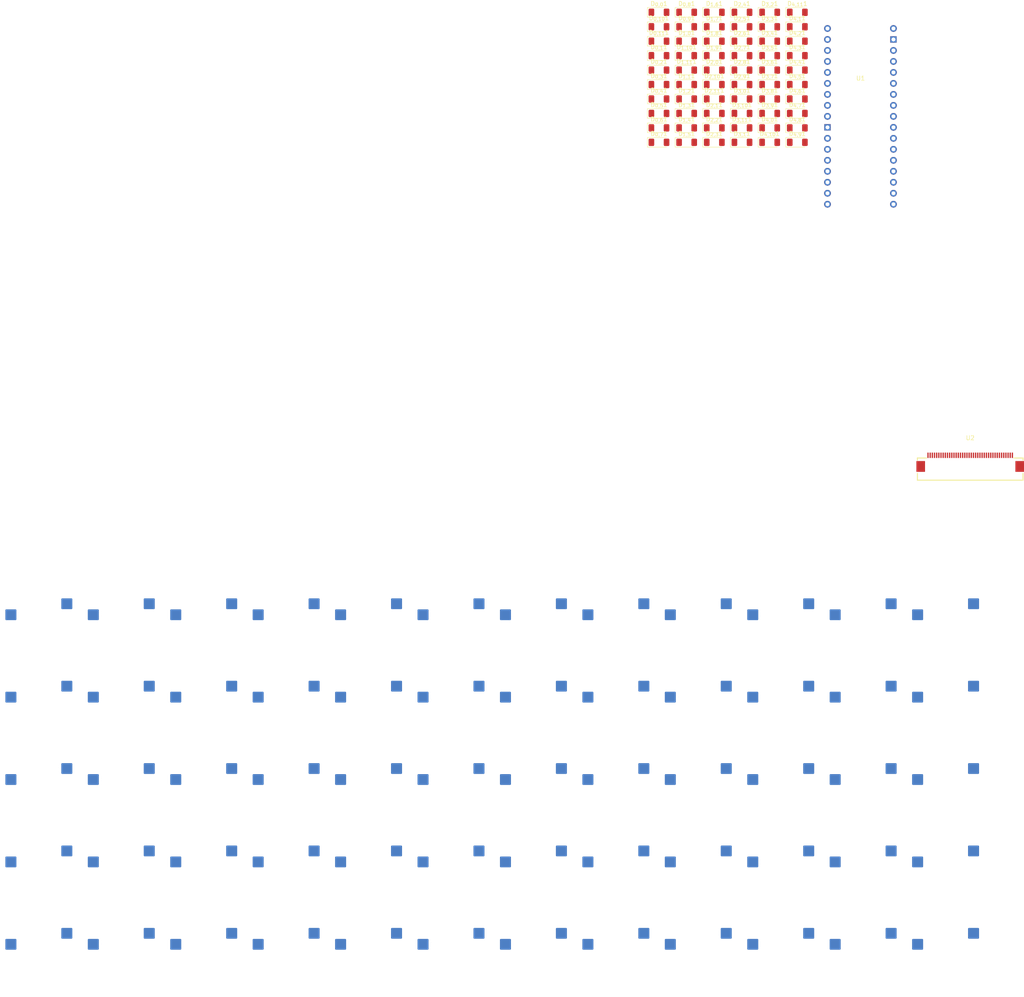
<source format=kicad_pcb>
(kicad_pcb
	(version 20241229)
	(generator "pcbnew")
	(generator_version "9.0")
	(general
		(thickness 1.6)
		(legacy_teardrops no)
	)
	(paper "A4")
	(layers
		(0 "F.Cu" signal)
		(4 "In1.Cu" signal)
		(6 "In2.Cu" signal)
		(2 "B.Cu" signal)
		(9 "F.Adhes" user "F.Adhesive")
		(11 "B.Adhes" user "B.Adhesive")
		(13 "F.Paste" user)
		(15 "B.Paste" user)
		(5 "F.SilkS" user "F.Silkscreen")
		(7 "B.SilkS" user "B.Silkscreen")
		(1 "F.Mask" user)
		(3 "B.Mask" user)
		(17 "Dwgs.User" user "User.Drawings")
		(19 "Cmts.User" user "User.Comments")
		(21 "Eco1.User" user "User.Eco1")
		(23 "Eco2.User" user "User.Eco2")
		(25 "Edge.Cuts" user)
		(27 "Margin" user)
		(31 "F.CrtYd" user "F.Courtyard")
		(29 "B.CrtYd" user "B.Courtyard")
		(35 "F.Fab" user)
		(33 "B.Fab" user)
		(39 "User.1" user)
		(41 "User.2" user)
		(43 "User.3" user)
		(45 "User.4" user)
		(47 "User.5" user)
		(49 "User.6" user)
		(51 "User.7" user)
		(53 "User.8" user)
		(55 "User.9" user)
	)
	(setup
		(stackup
			(layer "F.SilkS"
				(type "Top Silk Screen")
			)
			(layer "F.Paste"
				(type "Top Solder Paste")
			)
			(layer "F.Mask"
				(type "Top Solder Mask")
				(thickness 0.01)
			)
			(layer "F.Cu"
				(type "copper")
				(thickness 0.035)
			)
			(layer "dielectric 1"
				(type "prepreg")
				(thickness 0.1)
				(material "FR4")
				(epsilon_r 4.5)
				(loss_tangent 0.02)
			)
			(layer "In1.Cu"
				(type "copper")
				(thickness 0.035)
			)
			(layer "dielectric 2"
				(type "core")
				(thickness 1.24)
				(material "FR4")
				(epsilon_r 4.5)
				(loss_tangent 0.02)
			)
			(layer "In2.Cu"
				(type "copper")
				(thickness 0.035)
			)
			(layer "dielectric 3"
				(type "prepreg")
				(thickness 0.1)
				(material "FR4")
				(epsilon_r 4.5)
				(loss_tangent 0.02)
			)
			(layer "B.Cu"
				(type "copper")
				(thickness 0.035)
			)
			(layer "B.Mask"
				(type "Bottom Solder Mask")
				(thickness 0.01)
			)
			(layer "B.Paste"
				(type "Bottom Solder Paste")
			)
			(layer "B.SilkS"
				(type "Bottom Silk Screen")
			)
			(copper_finish "HAL lead-free")
			(dielectric_constraints no)
		)
		(pad_to_mask_clearance 0)
		(allow_soldermask_bridges_in_footprints no)
		(tenting front back)
		(pcbplotparams
			(layerselection 0x00000000_00000000_55555555_5755f5ff)
			(plot_on_all_layers_selection 0x00000000_00000000_00000000_00000000)
			(disableapertmacros no)
			(usegerberextensions no)
			(usegerberattributes yes)
			(usegerberadvancedattributes yes)
			(creategerberjobfile yes)
			(dashed_line_dash_ratio 12.000000)
			(dashed_line_gap_ratio 3.000000)
			(svgprecision 4)
			(plotframeref no)
			(mode 1)
			(useauxorigin no)
			(hpglpennumber 1)
			(hpglpenspeed 20)
			(hpglpendiameter 15.000000)
			(pdf_front_fp_property_popups yes)
			(pdf_back_fp_property_popups yes)
			(pdf_metadata yes)
			(pdf_single_document no)
			(dxfpolygonmode yes)
			(dxfimperialunits yes)
			(dxfusepcbnewfont yes)
			(psnegative no)
			(psa4output no)
			(plot_black_and_white yes)
			(sketchpadsonfab no)
			(plotpadnumbers no)
			(hidednponfab no)
			(sketchdnponfab yes)
			(crossoutdnponfab yes)
			(subtractmaskfromsilk no)
			(outputformat 1)
			(mirror no)
			(drillshape 1)
			(scaleselection 1)
			(outputdirectory "")
		)
	)
	(net 0 "")
	(net 1 "Net-(D_{0,0}1-A)")
	(net 2 "Row_{0}")
	(net 3 "Net-(D_{0,1}1-A)")
	(net 4 "Net-(D_{0,2}1-A)")
	(net 5 "Net-(D_{0,3}1-A)")
	(net 6 "Net-(D_{0,4}1-A)")
	(net 7 "Net-(D_{0,5}1-A)")
	(net 8 "Net-(D_{0,6}1-A)")
	(net 9 "Net-(D_{0,7}1-A)")
	(net 10 "Net-(D_{0,8}1-A)")
	(net 11 "Net-(D_{0,9}1-A)")
	(net 12 "Net-(D_{0,10}1-A)")
	(net 13 "Net-(D_{0,11}1-A)")
	(net 14 "Net-(D_{1,0}1-A)")
	(net 15 "Row_{1}")
	(net 16 "Net-(D_{1,1}1-A)")
	(net 17 "Net-(D_{1,2}1-A)")
	(net 18 "Net-(D_{1,3}1-A)")
	(net 19 "Net-(D_{1,4}1-A)")
	(net 20 "Net-(D_{1,5}1-A)")
	(net 21 "Net-(D_{1,6}1-A)")
	(net 22 "Net-(D_{1,7}1-A)")
	(net 23 "Net-(D_{1,8}1-A)")
	(net 24 "Net-(D_{1,9}1-A)")
	(net 25 "Net-(D_{1,10}1-A)")
	(net 26 "Net-(D_{1,11}1-A)")
	(net 27 "Net-(D_{2,0}1-A)")
	(net 28 "Row_{2}")
	(net 29 "Net-(D_{2,1}1-A)")
	(net 30 "Net-(D_{2,2}1-A)")
	(net 31 "Net-(D_{2,3}1-A)")
	(net 32 "Net-(D_{2,4}1-A)")
	(net 33 "Net-(D_{2,5}1-A)")
	(net 34 "Net-(D_{2,6}1-A)")
	(net 35 "Net-(D_{2,7}1-A)")
	(net 36 "Net-(D_{2,8}1-A)")
	(net 37 "Net-(D_{2,9}1-A)")
	(net 38 "Net-(D_{2,10}1-A)")
	(net 39 "Net-(D_{2,11}1-A)")
	(net 40 "Row_{3}")
	(net 41 "Net-(D_{3,0}1-A)")
	(net 42 "Net-(D_{3,1}1-A)")
	(net 43 "Net-(D_{3,2}1-A)")
	(net 44 "Net-(D_{3,3}1-A)")
	(net 45 "Net-(D_{3,4}1-A)")
	(net 46 "Net-(D_{3,5}1-A)")
	(net 47 "Net-(D_{3,6}1-A)")
	(net 48 "Net-(D_{3,7}1-A)")
	(net 49 "Net-(D_{3,8}1-A)")
	(net 50 "Net-(D_{3,9}1-A)")
	(net 51 "Net-(D_{3,10}1-A)")
	(net 52 "Net-(D_{3,11}1-A)")
	(net 53 "Row_{4}")
	(net 54 "Net-(D_{4,0}1-A)")
	(net 55 "Net-(D_{4,1}1-A)")
	(net 56 "Net-(D_{4,2}1-A)")
	(net 57 "Net-(D_{4,3}1-A)")
	(net 58 "Net-(D_{4,4}1-A)")
	(net 59 "Net-(D_{4,5}1-A)")
	(net 60 "Net-(D_{4,6}1-A)")
	(net 61 "Net-(D_{4,7}1-A)")
	(net 62 "Net-(D_{4,8}1-A)")
	(net 63 "Net-(D_{4,9}1-A)")
	(net 64 "Net-(D_{4,10}1-A)")
	(net 65 "Net-(D_{4,11}1-A)")
	(net 66 "Col_{0}")
	(net 67 "Col_{1}")
	(net 68 "Col_{2}")
	(net 69 "Col_{3}")
	(net 70 "Col_{4}")
	(net 71 "Col_{5}")
	(net 72 "Col_{6}")
	(net 73 "Col_{7}")
	(net 74 "Col_{8}")
	(net 75 "Col_{9}")
	(net 76 "Col_{10}")
	(net 77 "Col_{11}")
	(net 78 "unconnected-(U1-VBAT-Pad1)")
	(net 79 "unconnected-(U1-5V-Pad3)")
	(net 80 "GND")
	(net 81 "unconnected-(U1-RX-Pad23)")
	(net 82 "unconnected-(U1-IO7-Pad28)")
	(net 83 "unconnected-(U1-LDO2_OUT-Pad12)")
	(net 84 "unconnected-(U1-IO36-Pad32)")
	(net 85 "unconnected-(U1-TX-Pad24)")
	(net 86 "unconnected-(U1-IO37-Pad33)")
	(net 87 "unconnected-(U1-IO34-Pad31)")
	(net 88 "unconnected-(U1-IO8-Pad29)")
	(net 89 "unconnected-(U1-IO9-Pad30)")
	(net 90 "unconnected-(U1-IO35-Pad34)")
	(net 91 "unconnected-(U1-IO6-Pad27)")
	(net 92 "unconnected-(U1-3V3-Pad4)")
	(net 93 "unconnected-(U2-Pad1)")
	(net 94 "unconnected-(U2-Pad15)")
	(net 95 "unconnected-(U2-Pad8)")
	(net 96 "unconnected-(U2-Pad38)")
	(net 97 "/G5")
	(net 98 "unconnected-(U2-Pad42)")
	(net 99 "unconnected-(U2-Pad3)")
	(net 100 "unconnected-(U2-Pad41)")
	(net 101 "unconnected-(U2-Pad7)")
	(net 102 "/R1")
	(net 103 "/R5")
	(net 104 "/B1")
	(net 105 "/G2")
	(net 106 "unconnected-(U2-Pad6)")
	(net 107 "unconnected-(U2-Pad36)")
	(net 108 "unconnected-(U2-Pad39)")
	(net 109 "/B4")
	(net 110 "/G4")
	(net 111 "unconnected-(U2-Pad40)")
	(net 112 "unconnected-(U2-Pad10)")
	(net 113 "/G6")
	(net 114 "/G3")
	(net 115 "unconnected-(U2-Pad37)")
	(net 116 "unconnected-(U2-Pad11)")
	(net 117 "/G1")
	(net 118 "/B2")
	(net 119 "unconnected-(U2-Pad13)")
	(net 120 "unconnected-(U2-Pad12)")
	(net 121 "/R3")
	(net 122 "unconnected-(U2-Pad34)")
	(net 123 "/R2")
	(net 124 "unconnected-(U2-Pad14)")
	(net 125 "unconnected-(U2-Pad35)")
	(net 126 "/B5")
	(net 127 "unconnected-(U2-Pad9)")
	(net 128 "/R4")
	(net 129 "unconnected-(U2-Pad5)")
	(net 130 "unconnected-(U2-Pad2)")
	(net 131 "/B3")
	(net 132 "unconnected-(U2-Pad4)")
	(footprint "Diode_SMD:D_MiniMELF" (layer "F.Cu") (at 182.11 -33.035))
	(footprint "Diode_SMD:D_MiniMELF" (layer "F.Cu") (at 207.69 -43.055))
	(footprint "Diode_SMD:D_MiniMELF" (layer "F.Cu") (at 182.11 -39.715))
	(footprint "Diode_SMD:D_MiniMELF" (layer "F.Cu") (at 194.9 -49.735))
	(footprint "Diode_SMD:D_MiniMELF" (layer "F.Cu") (at 188.505 -63.095))
	(footprint "Diode_SMD:D_MiniMELF" (layer "F.Cu") (at 207.69 -53.075))
	(footprint "Diode_SMD:D_MiniMELF" (layer "F.Cu") (at 175.715 -59.755))
	(footprint "Diode_SMD:D_MiniMELF" (layer "F.Cu") (at 175.715 -53.075))
	(footprint "Diode_SMD:D_MiniMELF" (layer "F.Cu") (at 194.9 -59.755))
	(footprint "Diode_SMD:D_MiniMELF" (layer "F.Cu") (at 188.505 -53.075))
	(footprint "Diode_SMD:D_MiniMELF" (layer "F.Cu") (at 201.295 -56.415))
	(footprint "easyeda2kicad:FPC-SMD_40P-P0.50_MEGASTAR_ZX-FPC-FWX0.5PH240" (layer "F.Cu") (at 247.64 40.62))
	(footprint "Diode_SMD:D_MiniMELF" (layer "F.Cu") (at 188.505 -39.715))
	(footprint "Diode_SMD:D_MiniMELF" (layer "F.Cu") (at 188.505 -56.415))
	(footprint "Diode_SMD:D_MiniMELF" (layer "F.Cu") (at 194.9 -46.395))
	(footprint "Diode_SMD:D_MiniMELF" (layer "F.Cu") (at 175.715 -43.055))
	(footprint "Diode_SMD:D_MiniMELF" (layer "F.Cu") (at 207.69 -33.035))
	(footprint "Diode_SMD:D_MiniMELF" (layer "F.Cu") (at 201.295 -39.715))
	(footprint "Diode_SMD:D_MiniMELF" (layer "F.Cu") (at 194.9 -43.055))
	(footprint "Diode_SMD:D_MiniMELF" (layer "F.Cu") (at 207.69 -59.755))
	(footprint "Diode_SMD:D_MiniMELF" (layer "F.Cu") (at 188.505 -46.395))
	(footprint "Diode_SMD:D_MiniMELF" (layer "F.Cu") (at 175.715 -46.395))
	(footprint "Diode_SMD:D_MiniMELF" (layer "F.Cu") (at 201.295 -49.735))
	(footprint "Diode_SMD:D_MiniMELF" (layer "F.Cu") (at 182.11 -49.735))
	(footprint "Diode_SMD:D_MiniMELF" (layer "F.Cu") (at 207.69 -63.095))
	(footprint "Diode_SMD:D_MiniMELF" (layer "F.Cu") (at 175.715 -36.375))
	(footprint "Diode_SMD:D_MiniMELF" (layer "F.Cu") (at 175.715 -49.735))
	(footprint "Diode_SMD:D_MiniMELF" (layer "F.Cu") (at 194.9 -33.035))
	(footprint "Diode_SMD:D_MiniMELF" (layer "F.Cu") (at 201.295 -36.375))
	(footprint "Diode_SMD:D_MiniMELF" (layer "F.Cu") (at 207.69 -36.375))
	(footprint "Diode_SMD:D_MiniMELF" (layer "F.Cu") (at 182.11 -46.395))
	(footprint "Diode_SMD:D_MiniMELF" (layer "F.Cu") (at 188.505 -33.035))
	(footprint "Diode_SMD:D_MiniMELF"
		(layer "F.Cu")
		(uuid "934fc0fc-b065-4c18-8bb5-2dbfd5107dcf")
		(at 194.9 -39.715)
		(descr "Diode Mini-MELF (SOD-80)")
		(tags "Diode Mini-MELF (SOD-80)")
		(property "Reference" "D_{3,10}1"
			(at 0 -2 0)
			(layer "F.SilkS")
			(uuid "de438734-25ad-49a3-8e95-087634f8d105")
			(effects
				(font
					(size 1 1)
					(thickness 0.15)
				)
			)
		)
		(property "Value" "D_Filled"
			(at 0 2 0)
			(layer "F.Fab")
			(uuid "72d6030e-598c-483e-87da-838c68fa01b2")
			(effects
				(font
					(size 1 1)
					(thickness 0.15)
				)
			)
		)
		(property "Datasheet" "~"
			(at 0 0 0)
			(unlocked yes)
			(layer "F.Fab")
			(hide yes)
			(uuid "990a2ed5-4597-402a-ac3c-8af72577f1bc")
			(effects
				(font
					(size 1.27 1.27)
					(thickness 0.15)
				)
			)
		)
		(property "Description" "Diode, filled shape"
			(at 0 0 0)
			(unlocked yes)
			(layer "F.Fab")
			(hide yes)
			(uuid "2b40e4d4-11d6-464a-8e29-008f67d3e6c4")
			(effects
				(font
					(size 1.27 1.27)
					(thickness 0.15)
				)
			)
		)
		(property "Sim.Device" "D"
			(at 0 0 0)
			(unlocked yes)
			(layer "F.Fab")
			(hide yes)
			(uuid "b1d88c23-b49a-4efe-b1a7-2ff98116913b")
			(effects
				(font
					(size 1 1)
					(thickness 0.15)
				)
			)
		)
		(property "Sim.Pins" "1=K 2=A"
			(at 0 0 0)
			(unlocked yes)
			(layer "F.Fab")
			(hide yes)
			(uuid "4ea45186-1d26-44be-937e-3ce23362dada")
			(effects
				(font
					(size 1 1)
					(thickness 0.15)
				)
			)
		)
		(property ki_fp_filters "TO-???* *_Diode_* *SingleDiode* D_*")
		(path "/73412d5b-accc-4a8f-a9c5-c7f2843efb93/59ccf6c9-d8a3-4977-9971-a356d750305c")
		(sheetname "/Switch Matrix/")
		(sheetfile "matrix_switch.kicad_sch")
		(attr smd)
		(fp_line
			(start -2.66 -1.11)
			(end -2.66 1.11)
			(stroke
				(width 0.12)
				(type solid)
			)
			(layer "F.SilkS")
			(uuid "d035482e-c5a5-4ae2-9ede-7cad9e802d45")
		)
		(fp_line
			(start -2.66 1.11)
			(end 1.75 1.11)
			(stroke
				(width 0.12)
				(type solid)
			)
			(layer "F.SilkS")
			(uuid "2cfd7d1c-2fed-45ec-82df-f13fb122ed62")
		)
		(fp_line
			(start 1.75 -1.11)
			(end -2.66 -1.11)
			(stroke
				(width 0.12)
				(type solid)
			)
			(layer "F.SilkS")
			(uuid "a0d569a0-d485-4bfb-b971-54c269f6a64b")
		)
		(fp_line
			(start -2.65 -1.1)
			(end 2.65 -1.1)
			(stroke
				(width 0.05)
				(type solid)
			)
			(layer "F.CrtYd")
			(uuid "cb8eb00f-25b1-4ea5-9878-bdeee6d305b8")
		)
		(fp_line
			(start -2.65 1.1)
			(end -2.65 -1.1)
			(stroke
				(width 0.05)
				(type solid)
			)
			(layer "F.CrtYd")
			(uuid "63dce164-dcda-4ea6-875d-ee9b4bcdea93")
		)
		(fp_line
			(start 2.65 -1.1)
			(end 2.65 1.1)
			(stroke
				(width 0.05)
				(type solid)
			)
			(layer "F.CrtYd")
			(uuid "1b9da77e-597e-4947-8037-e599a015e7e3")
		)
		(fp_line
			(start 2.65 1.1)
			(end -2.65 1.1)
			(stroke
				(width 0.05)
				(type solid)
			)
			(layer "F.CrtYd")
			(uuid "5ba0afb0-349b-48f9-8090-50474f1e4f18")
		
... [625485 chars truncated]
</source>
